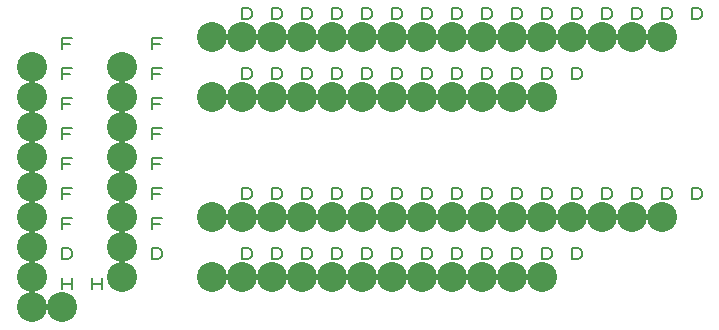
<source format=gbr>
G04 DesignSpark PCB Gerber Version 10.0 Build 5299*
%FSLAX35Y35*%
%MOIN*%
%ADD14C,0.00500*%
%ADD13C,0.10000*%
X0Y0D02*
D02*
D13*
X20250Y20250D03*
Y30250D03*
Y40250D03*
Y50250D03*
Y60250D03*
Y70250D03*
Y80250D03*
Y90250D03*
Y100250D03*
X30250Y20250D03*
X50250Y30250D03*
Y40250D03*
Y50250D03*
Y60250D03*
Y70250D03*
Y80250D03*
Y90250D03*
Y100250D03*
X80250Y30250D03*
Y50250D03*
Y90250D03*
Y110250D03*
X90250Y30250D03*
Y50250D03*
Y90250D03*
Y110250D03*
X100250Y30250D03*
Y50250D03*
Y90250D03*
Y110250D03*
X110250Y30250D03*
Y50250D03*
Y90250D03*
Y110250D03*
X120250Y30250D03*
Y50250D03*
Y90250D03*
Y110250D03*
X130250Y30250D03*
Y50250D03*
Y90250D03*
Y110250D03*
X140250Y30250D03*
Y50250D03*
Y90250D03*
Y110250D03*
X150250Y30250D03*
Y50250D03*
Y90250D03*
Y110250D03*
X160250Y30250D03*
Y50250D03*
Y90250D03*
Y110250D03*
X170250Y30250D03*
Y50250D03*
Y90250D03*
Y110250D03*
X180250Y30250D03*
Y50250D03*
Y90250D03*
Y110250D03*
X190250Y30250D03*
Y50250D03*
Y90250D03*
Y110250D03*
X200250Y50250D03*
Y110250D03*
X210250Y50250D03*
Y110250D03*
X220250Y50250D03*
Y110250D03*
X230250Y50250D03*
Y110250D03*
D02*
D14*
X30250Y26187D02*
Y29937D01*
Y28063D02*
X33375D01*
Y26187D02*
Y29937D01*
X30250Y36187D02*
Y39937D01*
X32125D01*
X32750Y39625D01*
X33063Y39313D01*
X33375Y38687D01*
Y37437D01*
X33063Y36813D01*
X32750Y36500D01*
X32125Y36187D01*
X30250D01*
Y46187D02*
Y49937D01*
X33375D01*
X32750Y48063D02*
X30250D01*
Y56187D02*
Y59937D01*
X33375D01*
X32750Y58063D02*
X30250D01*
Y66187D02*
Y69937D01*
X33375D01*
X32750Y68063D02*
X30250D01*
Y76187D02*
Y79937D01*
X33375D01*
X32750Y78063D02*
X30250D01*
Y86187D02*
Y89937D01*
X33375D01*
X32750Y88063D02*
X30250D01*
Y96187D02*
Y99937D01*
X33375D01*
X32750Y98063D02*
X30250D01*
Y106187D02*
Y109937D01*
X33375D01*
X32750Y108063D02*
X30250D01*
X40250Y26187D02*
Y29937D01*
Y28063D02*
X43375D01*
Y26187D02*
Y29937D01*
X60250Y36187D02*
Y39937D01*
X62125D01*
X62750Y39625D01*
X63063Y39313D01*
X63375Y38687D01*
Y37437D01*
X63063Y36813D01*
X62750Y36500D01*
X62125Y36187D01*
X60250D01*
Y46187D02*
Y49937D01*
X63375D01*
X62750Y48063D02*
X60250D01*
Y56187D02*
Y59937D01*
X63375D01*
X62750Y58063D02*
X60250D01*
Y66187D02*
Y69937D01*
X63375D01*
X62750Y68063D02*
X60250D01*
Y76187D02*
Y79937D01*
X63375D01*
X62750Y78063D02*
X60250D01*
Y86187D02*
Y89937D01*
X63375D01*
X62750Y88063D02*
X60250D01*
Y96187D02*
Y99937D01*
X63375D01*
X62750Y98063D02*
X60250D01*
Y106187D02*
Y109937D01*
X63375D01*
X62750Y108063D02*
X60250D01*
X90250Y36187D02*
Y39937D01*
X92125D01*
X92750Y39625D01*
X93063Y39313D01*
X93375Y38687D01*
Y37437D01*
X93063Y36813D01*
X92750Y36500D01*
X92125Y36187D01*
X90250D01*
Y56187D02*
Y59937D01*
X92125D01*
X92750Y59625D01*
X93063Y59313D01*
X93375Y58687D01*
Y57437D01*
X93063Y56813D01*
X92750Y56500D01*
X92125Y56187D01*
X90250D01*
Y96187D02*
Y99937D01*
X92125D01*
X92750Y99625D01*
X93063Y99313D01*
X93375Y98687D01*
Y97437D01*
X93063Y96813D01*
X92750Y96500D01*
X92125Y96187D01*
X90250D01*
Y116187D02*
Y119937D01*
X92125D01*
X92750Y119625D01*
X93063Y119313D01*
X93375Y118687D01*
Y117437D01*
X93063Y116813D01*
X92750Y116500D01*
X92125Y116187D01*
X90250D01*
X100250Y36187D02*
Y39937D01*
X102125D01*
X102750Y39625D01*
X103063Y39313D01*
X103375Y38687D01*
Y37437D01*
X103063Y36813D01*
X102750Y36500D01*
X102125Y36187D01*
X100250D01*
Y56187D02*
Y59937D01*
X102125D01*
X102750Y59625D01*
X103063Y59313D01*
X103375Y58687D01*
Y57437D01*
X103063Y56813D01*
X102750Y56500D01*
X102125Y56187D01*
X100250D01*
Y96187D02*
Y99937D01*
X102125D01*
X102750Y99625D01*
X103063Y99313D01*
X103375Y98687D01*
Y97437D01*
X103063Y96813D01*
X102750Y96500D01*
X102125Y96187D01*
X100250D01*
Y116187D02*
Y119937D01*
X102125D01*
X102750Y119625D01*
X103063Y119313D01*
X103375Y118687D01*
Y117437D01*
X103063Y116813D01*
X102750Y116500D01*
X102125Y116187D01*
X100250D01*
X110250Y36187D02*
Y39937D01*
X112125D01*
X112750Y39625D01*
X113063Y39313D01*
X113375Y38687D01*
Y37437D01*
X113063Y36813D01*
X112750Y36500D01*
X112125Y36187D01*
X110250D01*
Y56187D02*
Y59937D01*
X112125D01*
X112750Y59625D01*
X113063Y59313D01*
X113375Y58687D01*
Y57437D01*
X113063Y56813D01*
X112750Y56500D01*
X112125Y56187D01*
X110250D01*
Y96187D02*
Y99937D01*
X112125D01*
X112750Y99625D01*
X113063Y99313D01*
X113375Y98687D01*
Y97437D01*
X113063Y96813D01*
X112750Y96500D01*
X112125Y96187D01*
X110250D01*
Y116187D02*
Y119937D01*
X112125D01*
X112750Y119625D01*
X113063Y119313D01*
X113375Y118687D01*
Y117437D01*
X113063Y116813D01*
X112750Y116500D01*
X112125Y116187D01*
X110250D01*
X120250Y36187D02*
Y39937D01*
X122125D01*
X122750Y39625D01*
X123063Y39313D01*
X123375Y38687D01*
Y37437D01*
X123063Y36813D01*
X122750Y36500D01*
X122125Y36187D01*
X120250D01*
Y56187D02*
Y59937D01*
X122125D01*
X122750Y59625D01*
X123063Y59313D01*
X123375Y58687D01*
Y57437D01*
X123063Y56813D01*
X122750Y56500D01*
X122125Y56187D01*
X120250D01*
Y96187D02*
Y99937D01*
X122125D01*
X122750Y99625D01*
X123063Y99313D01*
X123375Y98687D01*
Y97437D01*
X123063Y96813D01*
X122750Y96500D01*
X122125Y96187D01*
X120250D01*
Y116187D02*
Y119937D01*
X122125D01*
X122750Y119625D01*
X123063Y119313D01*
X123375Y118687D01*
Y117437D01*
X123063Y116813D01*
X122750Y116500D01*
X122125Y116187D01*
X120250D01*
X130250Y36187D02*
Y39937D01*
X132125D01*
X132750Y39625D01*
X133063Y39313D01*
X133375Y38687D01*
Y37437D01*
X133063Y36813D01*
X132750Y36500D01*
X132125Y36187D01*
X130250D01*
Y56187D02*
Y59937D01*
X132125D01*
X132750Y59625D01*
X133063Y59313D01*
X133375Y58687D01*
Y57437D01*
X133063Y56813D01*
X132750Y56500D01*
X132125Y56187D01*
X130250D01*
Y96187D02*
Y99937D01*
X132125D01*
X132750Y99625D01*
X133063Y99313D01*
X133375Y98687D01*
Y97437D01*
X133063Y96813D01*
X132750Y96500D01*
X132125Y96187D01*
X130250D01*
Y116187D02*
Y119937D01*
X132125D01*
X132750Y119625D01*
X133063Y119313D01*
X133375Y118687D01*
Y117437D01*
X133063Y116813D01*
X132750Y116500D01*
X132125Y116187D01*
X130250D01*
X140250Y36187D02*
Y39937D01*
X142125D01*
X142750Y39625D01*
X143063Y39313D01*
X143375Y38687D01*
Y37437D01*
X143063Y36813D01*
X142750Y36500D01*
X142125Y36187D01*
X140250D01*
Y56187D02*
Y59937D01*
X142125D01*
X142750Y59625D01*
X143063Y59313D01*
X143375Y58687D01*
Y57437D01*
X143063Y56813D01*
X142750Y56500D01*
X142125Y56187D01*
X140250D01*
Y96187D02*
Y99937D01*
X142125D01*
X142750Y99625D01*
X143063Y99313D01*
X143375Y98687D01*
Y97437D01*
X143063Y96813D01*
X142750Y96500D01*
X142125Y96187D01*
X140250D01*
Y116187D02*
Y119937D01*
X142125D01*
X142750Y119625D01*
X143063Y119313D01*
X143375Y118687D01*
Y117437D01*
X143063Y116813D01*
X142750Y116500D01*
X142125Y116187D01*
X140250D01*
X150250Y36187D02*
Y39937D01*
X152125D01*
X152750Y39625D01*
X153063Y39313D01*
X153375Y38687D01*
Y37437D01*
X153063Y36813D01*
X152750Y36500D01*
X152125Y36187D01*
X150250D01*
Y56187D02*
Y59937D01*
X152125D01*
X152750Y59625D01*
X153063Y59313D01*
X153375Y58687D01*
Y57437D01*
X153063Y56813D01*
X152750Y56500D01*
X152125Y56187D01*
X150250D01*
Y96187D02*
Y99937D01*
X152125D01*
X152750Y99625D01*
X153063Y99313D01*
X153375Y98687D01*
Y97437D01*
X153063Y96813D01*
X152750Y96500D01*
X152125Y96187D01*
X150250D01*
Y116187D02*
Y119937D01*
X152125D01*
X152750Y119625D01*
X153063Y119313D01*
X153375Y118687D01*
Y117437D01*
X153063Y116813D01*
X152750Y116500D01*
X152125Y116187D01*
X150250D01*
X160250Y36187D02*
Y39937D01*
X162125D01*
X162750Y39625D01*
X163063Y39313D01*
X163375Y38687D01*
Y37437D01*
X163063Y36813D01*
X162750Y36500D01*
X162125Y36187D01*
X160250D01*
Y56187D02*
Y59937D01*
X162125D01*
X162750Y59625D01*
X163063Y59313D01*
X163375Y58687D01*
Y57437D01*
X163063Y56813D01*
X162750Y56500D01*
X162125Y56187D01*
X160250D01*
Y96187D02*
Y99937D01*
X162125D01*
X162750Y99625D01*
X163063Y99313D01*
X163375Y98687D01*
Y97437D01*
X163063Y96813D01*
X162750Y96500D01*
X162125Y96187D01*
X160250D01*
Y116187D02*
Y119937D01*
X162125D01*
X162750Y119625D01*
X163063Y119313D01*
X163375Y118687D01*
Y117437D01*
X163063Y116813D01*
X162750Y116500D01*
X162125Y116187D01*
X160250D01*
X170250Y36187D02*
Y39937D01*
X172125D01*
X172750Y39625D01*
X173063Y39313D01*
X173375Y38687D01*
Y37437D01*
X173063Y36813D01*
X172750Y36500D01*
X172125Y36187D01*
X170250D01*
Y56187D02*
Y59937D01*
X172125D01*
X172750Y59625D01*
X173063Y59313D01*
X173375Y58687D01*
Y57437D01*
X173063Y56813D01*
X172750Y56500D01*
X172125Y56187D01*
X170250D01*
Y96187D02*
Y99937D01*
X172125D01*
X172750Y99625D01*
X173063Y99313D01*
X173375Y98687D01*
Y97437D01*
X173063Y96813D01*
X172750Y96500D01*
X172125Y96187D01*
X170250D01*
Y116187D02*
Y119937D01*
X172125D01*
X172750Y119625D01*
X173063Y119313D01*
X173375Y118687D01*
Y117437D01*
X173063Y116813D01*
X172750Y116500D01*
X172125Y116187D01*
X170250D01*
X180250Y36187D02*
Y39937D01*
X182125D01*
X182750Y39625D01*
X183063Y39313D01*
X183375Y38687D01*
Y37437D01*
X183063Y36813D01*
X182750Y36500D01*
X182125Y36187D01*
X180250D01*
Y56187D02*
Y59937D01*
X182125D01*
X182750Y59625D01*
X183063Y59313D01*
X183375Y58687D01*
Y57437D01*
X183063Y56813D01*
X182750Y56500D01*
X182125Y56187D01*
X180250D01*
Y96187D02*
Y99937D01*
X182125D01*
X182750Y99625D01*
X183063Y99313D01*
X183375Y98687D01*
Y97437D01*
X183063Y96813D01*
X182750Y96500D01*
X182125Y96187D01*
X180250D01*
Y116187D02*
Y119937D01*
X182125D01*
X182750Y119625D01*
X183063Y119313D01*
X183375Y118687D01*
Y117437D01*
X183063Y116813D01*
X182750Y116500D01*
X182125Y116187D01*
X180250D01*
X190250Y36187D02*
Y39937D01*
X192125D01*
X192750Y39625D01*
X193063Y39313D01*
X193375Y38687D01*
Y37437D01*
X193063Y36813D01*
X192750Y36500D01*
X192125Y36187D01*
X190250D01*
Y56187D02*
Y59937D01*
X192125D01*
X192750Y59625D01*
X193063Y59313D01*
X193375Y58687D01*
Y57437D01*
X193063Y56813D01*
X192750Y56500D01*
X192125Y56187D01*
X190250D01*
Y96187D02*
Y99937D01*
X192125D01*
X192750Y99625D01*
X193063Y99313D01*
X193375Y98687D01*
Y97437D01*
X193063Y96813D01*
X192750Y96500D01*
X192125Y96187D01*
X190250D01*
Y116187D02*
Y119937D01*
X192125D01*
X192750Y119625D01*
X193063Y119313D01*
X193375Y118687D01*
Y117437D01*
X193063Y116813D01*
X192750Y116500D01*
X192125Y116187D01*
X190250D01*
X200250Y36187D02*
Y39937D01*
X202125D01*
X202750Y39625D01*
X203063Y39313D01*
X203375Y38687D01*
Y37437D01*
X203063Y36813D01*
X202750Y36500D01*
X202125Y36187D01*
X200250D01*
Y56187D02*
Y59937D01*
X202125D01*
X202750Y59625D01*
X203063Y59313D01*
X203375Y58687D01*
Y57437D01*
X203063Y56813D01*
X202750Y56500D01*
X202125Y56187D01*
X200250D01*
Y96187D02*
Y99937D01*
X202125D01*
X202750Y99625D01*
X203063Y99313D01*
X203375Y98687D01*
Y97437D01*
X203063Y96813D01*
X202750Y96500D01*
X202125Y96187D01*
X200250D01*
Y116187D02*
Y119937D01*
X202125D01*
X202750Y119625D01*
X203063Y119313D01*
X203375Y118687D01*
Y117437D01*
X203063Y116813D01*
X202750Y116500D01*
X202125Y116187D01*
X200250D01*
X210250Y56187D02*
Y59937D01*
X212125D01*
X212750Y59625D01*
X213063Y59313D01*
X213375Y58687D01*
Y57437D01*
X213063Y56813D01*
X212750Y56500D01*
X212125Y56187D01*
X210250D01*
Y116187D02*
Y119937D01*
X212125D01*
X212750Y119625D01*
X213063Y119313D01*
X213375Y118687D01*
Y117437D01*
X213063Y116813D01*
X212750Y116500D01*
X212125Y116187D01*
X210250D01*
X220250Y56187D02*
Y59937D01*
X222125D01*
X222750Y59625D01*
X223063Y59313D01*
X223375Y58687D01*
Y57437D01*
X223063Y56813D01*
X222750Y56500D01*
X222125Y56187D01*
X220250D01*
Y116187D02*
Y119937D01*
X222125D01*
X222750Y119625D01*
X223063Y119313D01*
X223375Y118687D01*
Y117437D01*
X223063Y116813D01*
X222750Y116500D01*
X222125Y116187D01*
X220250D01*
X230250Y56187D02*
Y59937D01*
X232125D01*
X232750Y59625D01*
X233063Y59313D01*
X233375Y58687D01*
Y57437D01*
X233063Y56813D01*
X232750Y56500D01*
X232125Y56187D01*
X230250D01*
Y116187D02*
Y119937D01*
X232125D01*
X232750Y119625D01*
X233063Y119313D01*
X233375Y118687D01*
Y117437D01*
X233063Y116813D01*
X232750Y116500D01*
X232125Y116187D01*
X230250D01*
X240250Y56187D02*
Y59937D01*
X242125D01*
X242750Y59625D01*
X243063Y59313D01*
X243375Y58687D01*
Y57437D01*
X243063Y56813D01*
X242750Y56500D01*
X242125Y56187D01*
X240250D01*
Y116187D02*
Y119937D01*
X242125D01*
X242750Y119625D01*
X243063Y119313D01*
X243375Y118687D01*
Y117437D01*
X243063Y116813D01*
X242750Y116500D01*
X242125Y116187D01*
X240250D01*
X0Y0D02*
M02*

</source>
